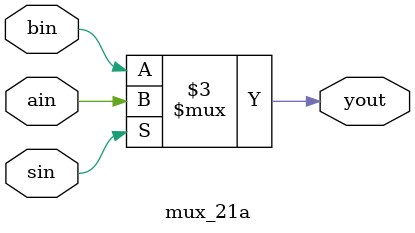
<source format=v>
module mux_21a(ain,bin,sin,yout);
input ain,bin,sin;
output yout;
reg yout;
always@(ain,bin,sin)
begin
if (sin) yout<=ain;
else yout<=bin;
end 
endmodule

</source>
